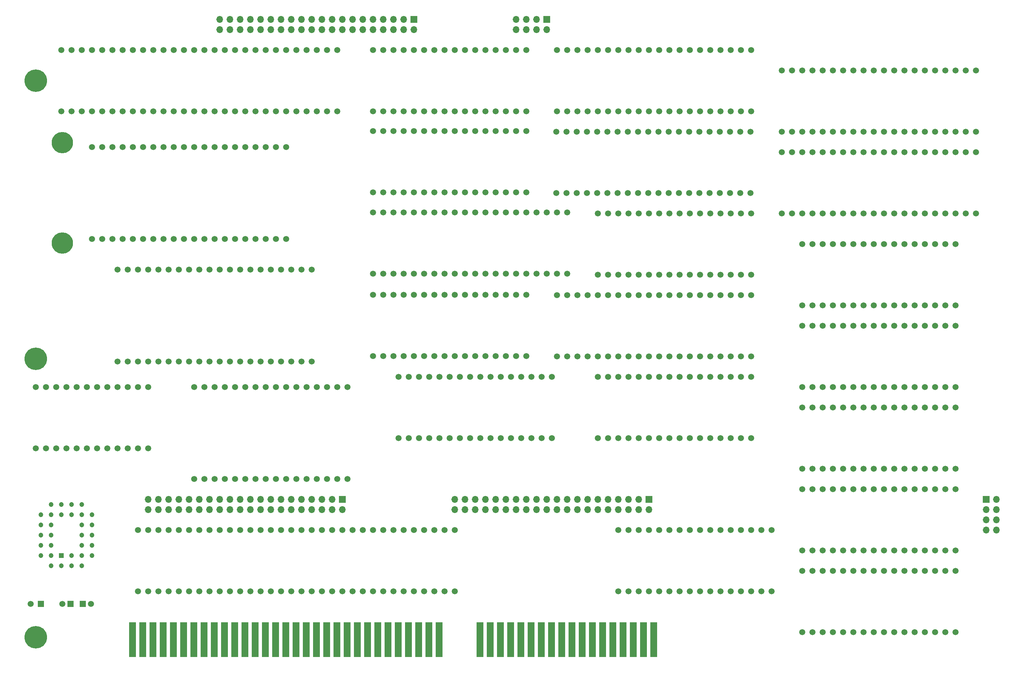
<source format=gbs>
%TF.GenerationSoftware,KiCad,Pcbnew,8.0.4*%
%TF.CreationDate,2024-08-23T10:11:32+02:00*%
%TF.ProjectId,Video Board - Signals,56696465-6f20-4426-9f61-7264202d2053,rev?*%
%TF.SameCoordinates,PX18392c0PY1360f00*%
%TF.FileFunction,Soldermask,Bot*%
%TF.FilePolarity,Negative*%
%FSLAX46Y46*%
G04 Gerber Fmt 4.6, Leading zero omitted, Abs format (unit mm)*
G04 Created by KiCad (PCBNEW 8.0.4) date 2024-08-23 10:11:32*
%MOMM*%
%LPD*%
G01*
G04 APERTURE LIST*
%ADD10C,5.600000*%
%ADD11R,1.700000X1.700000*%
%ADD12O,1.700000X1.700000*%
%ADD13R,1.500000X1.500000*%
%ADD14C,1.500000*%
%ADD15R,1.780000X8.620000*%
%ADD16R,1.200000X1.200000*%
%ADD17C,1.200000*%
%ADD18C,5.300000*%
G04 APERTURE END LIST*
D10*
%TO.C,H19*%
X0Y0D03*
%TD*%
D11*
%TO.C,J2*%
X152400000Y-104140000D03*
D12*
X152400000Y-106680000D03*
X149860000Y-104140000D03*
X149860000Y-106680000D03*
X147320000Y-104140000D03*
X147320000Y-106680000D03*
X144780000Y-104140000D03*
X144780000Y-106680000D03*
X142240000Y-104140000D03*
X142240000Y-106680000D03*
X139700000Y-104140000D03*
X139700000Y-106680000D03*
X137160000Y-104140000D03*
X137160000Y-106680000D03*
X134620000Y-104140000D03*
X134620000Y-106680000D03*
X132080000Y-104140000D03*
X132080000Y-106680000D03*
X129540000Y-104140000D03*
X129540000Y-106680000D03*
X127000000Y-104140000D03*
X127000000Y-106680000D03*
X124460000Y-104140000D03*
X124460000Y-106680000D03*
X121920000Y-104140000D03*
X121920000Y-106680000D03*
X119380000Y-104140000D03*
X119380000Y-106680000D03*
X116840000Y-104140000D03*
X116840000Y-106680000D03*
X114300000Y-104140000D03*
X114300000Y-106680000D03*
X111760000Y-104140000D03*
X111760000Y-106680000D03*
X109220000Y-104140000D03*
X109220000Y-106680000D03*
X106680000Y-104140000D03*
X106680000Y-106680000D03*
X104140000Y-104140000D03*
X104140000Y-106680000D03*
%TD*%
D13*
%TO.C,C2*%
X11727400Y-130175000D03*
D14*
X13727400Y-130175000D03*
%TD*%
D13*
%TO.C,LED1*%
X1275000Y-130175000D03*
D14*
X-1265000Y-130175000D03*
%TD*%
%TO.C,B9*%
X190500000Y-76200000D03*
X193040000Y-76200000D03*
X195580000Y-76200000D03*
X198120000Y-76200000D03*
X200660000Y-76200000D03*
X203200000Y-76200000D03*
X205740000Y-76200000D03*
X208280000Y-76200000D03*
X210820000Y-76200000D03*
X213360000Y-76200000D03*
X215900000Y-76200000D03*
X218440000Y-76200000D03*
X220980000Y-76200000D03*
X223520000Y-76200000D03*
X226060000Y-76200000D03*
X228600000Y-76200000D03*
X228600000Y-60960000D03*
X226060000Y-60960000D03*
X223520000Y-60960000D03*
X220980000Y-60960000D03*
X218440000Y-60960000D03*
X215900000Y-60960000D03*
X213360000Y-60960000D03*
X210820000Y-60960000D03*
X208280000Y-60960000D03*
X205740000Y-60960000D03*
X203200000Y-60960000D03*
X200660000Y-60960000D03*
X198120000Y-60960000D03*
X195580000Y-60960000D03*
X193040000Y-60960000D03*
X190500000Y-60960000D03*
%TD*%
%TO.C,B40*%
X233680000Y-17814000D03*
X231140000Y-17814000D03*
X228600000Y-17814000D03*
X226060000Y-17814000D03*
X223520000Y-17814000D03*
X220980000Y-17814000D03*
X218440000Y-17814000D03*
X215900000Y-17814000D03*
X213360000Y-17814000D03*
X210820000Y-17814000D03*
X208280000Y-17814000D03*
X205740000Y-17814000D03*
X203200000Y-17814000D03*
X200660000Y-17814000D03*
X198120000Y-17814000D03*
X195580000Y-17814000D03*
X193040000Y-17814000D03*
X190500000Y-17814000D03*
X187960000Y-17814000D03*
X185420000Y-17814000D03*
X185420000Y-33054000D03*
X187960000Y-33054000D03*
X190500000Y-33054000D03*
X193040000Y-33054000D03*
X195580000Y-33054000D03*
X198120000Y-33054000D03*
X200660000Y-33054000D03*
X203200000Y-33054000D03*
X205740000Y-33054000D03*
X208280000Y-33054000D03*
X210820000Y-33054000D03*
X213360000Y-33054000D03*
X215900000Y-33054000D03*
X218440000Y-33054000D03*
X220980000Y-33054000D03*
X223520000Y-33054000D03*
X226060000Y-33054000D03*
X228600000Y-33054000D03*
X231140000Y-33054000D03*
X233680000Y-33054000D03*
%TD*%
%TO.C,B16*%
X25400000Y-127000000D03*
X27940000Y-127000000D03*
X30480000Y-127000000D03*
X33020000Y-127000000D03*
X35560000Y-127000000D03*
X38100000Y-127000000D03*
X40640000Y-127000000D03*
X43180000Y-127000000D03*
X45720000Y-127000000D03*
X48260000Y-127000000D03*
X50800000Y-127000000D03*
X53340000Y-127000000D03*
X55880000Y-127000000D03*
X58420000Y-127000000D03*
X60960000Y-127000000D03*
X63500000Y-127000000D03*
X66040000Y-127000000D03*
X68580000Y-127000000D03*
X71120000Y-127000000D03*
X73660000Y-127000000D03*
X76200000Y-127000000D03*
X78740000Y-127000000D03*
X81280000Y-127000000D03*
X83820000Y-127000000D03*
X86360000Y-127000000D03*
X88900000Y-127000000D03*
X91440000Y-127000000D03*
X93980000Y-127000000D03*
X96520000Y-127000000D03*
X99060000Y-127000000D03*
X101600000Y-127000000D03*
X104140000Y-127000000D03*
X104140000Y-111760000D03*
X101600000Y-111760000D03*
X99060000Y-111760000D03*
X96520000Y-111760000D03*
X93980000Y-111760000D03*
X91440000Y-111760000D03*
X88900000Y-111760000D03*
X86360000Y-111760000D03*
X83820000Y-111760000D03*
X81280000Y-111760000D03*
X78740000Y-111760000D03*
X76200000Y-111760000D03*
X73660000Y-111760000D03*
X71120000Y-111760000D03*
X68580000Y-111760000D03*
X66040000Y-111760000D03*
X63500000Y-111760000D03*
X60960000Y-111760000D03*
X58420000Y-111760000D03*
X55880000Y-111760000D03*
X53340000Y-111760000D03*
X50800000Y-111760000D03*
X48260000Y-111760000D03*
X45720000Y-111760000D03*
X43180000Y-111760000D03*
X40640000Y-111760000D03*
X38100000Y-111760000D03*
X35560000Y-111760000D03*
X33020000Y-111760000D03*
X30480000Y-111760000D03*
X27940000Y-111760000D03*
X25400000Y-111760000D03*
%TD*%
D15*
%TO.C,J5*%
X24079200Y-139065000D03*
X26619200Y-139065000D03*
X29159200Y-139065000D03*
X31699200Y-139065000D03*
X34239200Y-139065000D03*
X36779200Y-139065000D03*
X39319200Y-139065000D03*
X41859200Y-139065000D03*
X44399200Y-139065000D03*
X46939200Y-139065000D03*
X49479200Y-139065000D03*
X52019200Y-139065000D03*
X54559200Y-139065000D03*
X57099200Y-139065000D03*
X59639200Y-139065000D03*
X62179200Y-139065000D03*
X64719200Y-139065000D03*
X67259200Y-139065000D03*
X69799200Y-139065000D03*
X72339200Y-139065000D03*
X74879200Y-139065000D03*
X77419200Y-139065000D03*
X79959200Y-139065000D03*
X82499200Y-139065000D03*
X85039200Y-139065000D03*
X87579200Y-139065000D03*
X90119200Y-139065000D03*
X92659200Y-139065000D03*
X95199200Y-139065000D03*
X97739200Y-139065000D03*
X100279200Y-139065000D03*
X110439200Y-139065000D03*
X112979200Y-139065000D03*
X115519200Y-139065000D03*
X118059200Y-139065000D03*
X120599200Y-139065000D03*
X123139200Y-139065000D03*
X125679200Y-139065000D03*
X128219200Y-139065000D03*
X130759200Y-139065000D03*
X133299200Y-139065000D03*
X135839200Y-139065000D03*
X138379200Y-139065000D03*
X140919200Y-139065000D03*
X143459200Y-139065000D03*
X145999200Y-139065000D03*
X148539200Y-139065000D03*
X151079200Y-139065000D03*
X153619200Y-139065000D03*
%TD*%
D14*
%TO.C,B26*%
X177800000Y-73660000D03*
X175260000Y-73660000D03*
X172720000Y-73660000D03*
X170180000Y-73660000D03*
X167640000Y-73660000D03*
X165100000Y-73660000D03*
X162560000Y-73660000D03*
X160020000Y-73660000D03*
X157480000Y-73660000D03*
X154940000Y-73660000D03*
X152400000Y-73660000D03*
X149860000Y-73660000D03*
X147320000Y-73660000D03*
X144780000Y-73660000D03*
X142240000Y-73660000D03*
X139700000Y-73660000D03*
X139700000Y-88900000D03*
X142240000Y-88900000D03*
X144780000Y-88900000D03*
X147320000Y-88900000D03*
X149860000Y-88900000D03*
X152400000Y-88900000D03*
X154940000Y-88900000D03*
X157480000Y-88900000D03*
X160020000Y-88900000D03*
X162560000Y-88900000D03*
X165100000Y-88900000D03*
X167640000Y-88900000D03*
X170180000Y-88900000D03*
X172720000Y-88900000D03*
X175260000Y-88900000D03*
X177800000Y-88900000D03*
%TD*%
%TO.C,B38*%
X6350000Y-7620000D03*
X8890000Y-7620000D03*
X11430000Y-7620000D03*
X13970000Y-7620000D03*
X16510000Y-7620000D03*
X19050000Y-7620000D03*
X21590000Y-7620000D03*
X24130000Y-7620000D03*
X26670000Y-7620000D03*
X29210000Y-7620000D03*
X31750000Y-7620000D03*
X34290000Y-7620000D03*
X36830000Y-7620000D03*
X39370000Y-7620000D03*
X41910000Y-7620000D03*
X44450000Y-7620000D03*
X46990000Y-7620000D03*
X49530000Y-7620000D03*
X52070000Y-7620000D03*
X54610000Y-7620000D03*
X57150000Y-7620000D03*
X59690000Y-7620000D03*
X62230000Y-7620000D03*
X64770000Y-7620000D03*
X67310000Y-7620000D03*
X69850000Y-7620000D03*
X72390000Y-7620000D03*
X74930000Y-7620000D03*
X74930000Y7620000D03*
X72390000Y7620000D03*
X69850000Y7620000D03*
X67310000Y7620000D03*
X64770000Y7620000D03*
X62230000Y7620000D03*
X59690000Y7620000D03*
X57150000Y7620000D03*
X54610000Y7620000D03*
X52070000Y7620000D03*
X49530000Y7620000D03*
X46990000Y7620000D03*
X44450000Y7620000D03*
X41910000Y7620000D03*
X39370000Y7620000D03*
X36830000Y7620000D03*
X34290000Y7620000D03*
X31750000Y7620000D03*
X29210000Y7620000D03*
X26670000Y7620000D03*
X24130000Y7620000D03*
X21590000Y7620000D03*
X19050000Y7620000D03*
X16510000Y7620000D03*
X13970000Y7620000D03*
X11430000Y7620000D03*
X8890000Y7620000D03*
X6350000Y7620000D03*
%TD*%
%TO.C,B10*%
X0Y-91440000D03*
X2540000Y-91440000D03*
X5080000Y-91440000D03*
X7620000Y-91440000D03*
X10160000Y-91440000D03*
X12700000Y-91440000D03*
X15240000Y-91440000D03*
X17780000Y-91440000D03*
X20320000Y-91440000D03*
X22860000Y-91440000D03*
X25400000Y-91440000D03*
X27940000Y-91440000D03*
X27940000Y-76200000D03*
X25400000Y-76200000D03*
X22860000Y-76200000D03*
X20320000Y-76200000D03*
X17780000Y-76200000D03*
X15240000Y-76200000D03*
X12700000Y-76200000D03*
X10160000Y-76200000D03*
X7620000Y-76200000D03*
X5080000Y-76200000D03*
X2540000Y-76200000D03*
X0Y-76200000D03*
%TD*%
%TO.C,B12*%
X132080000Y-32850000D03*
X129540000Y-32850000D03*
X127000000Y-32850000D03*
X124460000Y-32850000D03*
X121920000Y-32850000D03*
X119380000Y-32850000D03*
X116840000Y-32850000D03*
X114300000Y-32850000D03*
X111760000Y-32850000D03*
X109220000Y-32850000D03*
X106680000Y-32850000D03*
X104140000Y-32850000D03*
X101600000Y-32850000D03*
X99060000Y-32850000D03*
X96520000Y-32850000D03*
X93980000Y-32850000D03*
X91440000Y-32850000D03*
X88900000Y-32850000D03*
X86360000Y-32850000D03*
X83820000Y-32850000D03*
X83820000Y-48090000D03*
X86360000Y-48090000D03*
X88900000Y-48090000D03*
X91440000Y-48090000D03*
X93980000Y-48090000D03*
X96520000Y-48090000D03*
X99060000Y-48090000D03*
X101600000Y-48090000D03*
X104140000Y-48090000D03*
X106680000Y-48090000D03*
X109220000Y-48090000D03*
X111760000Y-48090000D03*
X114300000Y-48090000D03*
X116840000Y-48090000D03*
X119380000Y-48090000D03*
X121920000Y-48090000D03*
X124460000Y-48090000D03*
X127000000Y-48090000D03*
X129540000Y-48090000D03*
X132080000Y-48090000D03*
%TD*%
D11*
%TO.C,J3*%
X93980000Y15240000D03*
D12*
X93980000Y12700000D03*
X91440000Y15240000D03*
X91440000Y12700000D03*
X88900000Y15240000D03*
X88900000Y12700000D03*
X86360000Y15240000D03*
X86360000Y12700000D03*
X83820000Y15240000D03*
X83820000Y12700000D03*
X81280000Y15240000D03*
X81280000Y12700000D03*
X78740000Y15240000D03*
X78740000Y12700000D03*
X76200000Y15240000D03*
X76200000Y12700000D03*
X73660000Y15240000D03*
X73660000Y12700000D03*
X71120000Y15240000D03*
X71120000Y12700000D03*
X68580000Y15240000D03*
X68580000Y12700000D03*
X66040000Y15240000D03*
X66040000Y12700000D03*
X63500000Y15240000D03*
X63500000Y12700000D03*
X60960000Y15240000D03*
X60960000Y12700000D03*
X58420000Y15240000D03*
X58420000Y12700000D03*
X55880000Y15240000D03*
X55880000Y12700000D03*
X53340000Y15240000D03*
X53340000Y12700000D03*
X50800000Y15240000D03*
X50800000Y12700000D03*
X48260000Y15240000D03*
X48260000Y12700000D03*
X45720000Y15240000D03*
X45720000Y12700000D03*
%TD*%
D14*
%TO.C,B6*%
X177800000Y-33020000D03*
X175260000Y-33020000D03*
X172720000Y-33020000D03*
X170180000Y-33020000D03*
X167640000Y-33020000D03*
X165100000Y-33020000D03*
X162560000Y-33020000D03*
X160020000Y-33020000D03*
X157480000Y-33020000D03*
X154940000Y-33020000D03*
X152400000Y-33020000D03*
X149860000Y-33020000D03*
X147320000Y-33020000D03*
X144780000Y-33020000D03*
X142240000Y-33020000D03*
X139700000Y-33020000D03*
X139700000Y-48260000D03*
X142240000Y-48260000D03*
X144780000Y-48260000D03*
X147320000Y-48260000D03*
X149860000Y-48260000D03*
X152400000Y-48260000D03*
X154940000Y-48260000D03*
X157480000Y-48260000D03*
X160020000Y-48260000D03*
X162560000Y-48260000D03*
X165100000Y-48260000D03*
X167640000Y-48260000D03*
X170180000Y-48260000D03*
X172720000Y-48260000D03*
X175260000Y-48260000D03*
X177800000Y-48260000D03*
%TD*%
D13*
%TO.C,C1*%
X8636000Y-130175000D03*
D14*
X6636000Y-130175000D03*
%TD*%
%TO.C,B8*%
X190500000Y-55880000D03*
X193040000Y-55880000D03*
X195580000Y-55880000D03*
X198120000Y-55880000D03*
X200660000Y-55880000D03*
X203200000Y-55880000D03*
X205740000Y-55880000D03*
X208280000Y-55880000D03*
X210820000Y-55880000D03*
X213360000Y-55880000D03*
X215900000Y-55880000D03*
X218440000Y-55880000D03*
X220980000Y-55880000D03*
X223520000Y-55880000D03*
X226060000Y-55880000D03*
X228600000Y-55880000D03*
X228600000Y-40640000D03*
X226060000Y-40640000D03*
X223520000Y-40640000D03*
X220980000Y-40640000D03*
X218440000Y-40640000D03*
X215900000Y-40640000D03*
X213360000Y-40640000D03*
X210820000Y-40640000D03*
X208280000Y-40640000D03*
X205740000Y-40640000D03*
X203200000Y-40640000D03*
X200660000Y-40640000D03*
X198120000Y-40640000D03*
X195580000Y-40640000D03*
X193040000Y-40640000D03*
X190500000Y-40640000D03*
%TD*%
%TO.C,B7*%
X121920000Y-12564000D03*
X119380000Y-12564000D03*
X116840000Y-12564000D03*
X114300000Y-12564000D03*
X111760000Y-12564000D03*
X109220000Y-12564000D03*
X106680000Y-12564000D03*
X104140000Y-12564000D03*
X101600000Y-12564000D03*
X99060000Y-12564000D03*
X96520000Y-12564000D03*
X93980000Y-12564000D03*
X91440000Y-12564000D03*
X88900000Y-12564000D03*
X86360000Y-12564000D03*
X83820000Y-12564000D03*
X83820000Y-27804000D03*
X86360000Y-27804000D03*
X88900000Y-27804000D03*
X91440000Y-27804000D03*
X93980000Y-27804000D03*
X96520000Y-27804000D03*
X99060000Y-27804000D03*
X101600000Y-27804000D03*
X104140000Y-27804000D03*
X106680000Y-27804000D03*
X109220000Y-27804000D03*
X111760000Y-27804000D03*
X114300000Y-27804000D03*
X116840000Y-27804000D03*
X119380000Y-27804000D03*
X121920000Y-27804000D03*
%TD*%
D16*
%TO.C,IC2*%
X6350000Y-118110000D03*
D17*
X8890000Y-120650000D03*
X8890000Y-118110000D03*
X11430000Y-120650000D03*
X13970000Y-118110000D03*
X11430000Y-118110000D03*
X13970000Y-115570000D03*
X11430000Y-115570000D03*
X13970000Y-113030000D03*
X11430000Y-113030000D03*
X13970000Y-110490000D03*
X11430000Y-110490000D03*
X13970000Y-107950000D03*
X11430000Y-105410000D03*
X11430000Y-107950000D03*
X8890000Y-105410000D03*
X8890000Y-107950000D03*
X6350000Y-105410000D03*
X6350000Y-107950000D03*
X3810000Y-105410000D03*
X1270000Y-107950000D03*
X3810000Y-107950000D03*
X1270000Y-110490000D03*
X3810000Y-110490000D03*
X1270000Y-113030000D03*
X3810000Y-113030000D03*
X1270000Y-115570000D03*
X3810000Y-115570000D03*
X1270000Y-118110000D03*
X3810000Y-120650000D03*
X3810000Y-118110000D03*
X6350000Y-120650000D03*
%TD*%
D10*
%TO.C,H1*%
X0Y-69215000D03*
%TD*%
D18*
%TO.C,B36*%
X6604000Y-40440001D03*
X6604000Y-15440001D03*
D14*
X13970000Y-39370000D03*
X16510000Y-39370000D03*
X19050000Y-39370000D03*
X21590000Y-39370000D03*
X24130000Y-39370000D03*
X26670000Y-39370000D03*
X29210000Y-39370000D03*
X31750000Y-39370000D03*
X34290000Y-39370000D03*
X36830000Y-39370000D03*
X39370000Y-39370000D03*
X41910000Y-39370000D03*
X44450000Y-39370000D03*
X46990000Y-39370000D03*
X49530000Y-39370000D03*
X52070000Y-39370000D03*
X54610000Y-39370000D03*
X57150000Y-39370000D03*
X59690000Y-39370000D03*
X62230000Y-39370000D03*
X62230000Y-16510000D03*
X59690000Y-16510000D03*
X57150000Y-16510000D03*
X54610000Y-16510000D03*
X52070000Y-16510000D03*
X49530000Y-16510000D03*
X46990000Y-16510000D03*
X44450000Y-16510000D03*
X41910000Y-16510000D03*
X39370000Y-16510000D03*
X36830000Y-16510000D03*
X34290000Y-16510000D03*
X31750000Y-16510000D03*
X29210000Y-16510000D03*
X26670000Y-16510000D03*
X24130000Y-16510000D03*
X21590000Y-16510000D03*
X19050000Y-16510000D03*
X16510000Y-16510000D03*
X13970000Y-16510000D03*
%TD*%
%TO.C,B3*%
X177800000Y-53340000D03*
X175260000Y-53340000D03*
X172720000Y-53340000D03*
X170180000Y-53340000D03*
X167640000Y-53340000D03*
X165100000Y-53340000D03*
X162560000Y-53340000D03*
X160020000Y-53340000D03*
X157480000Y-53340000D03*
X154940000Y-53340000D03*
X152400000Y-53340000D03*
X149860000Y-53340000D03*
X147320000Y-53340000D03*
X144780000Y-53340000D03*
X142240000Y-53340000D03*
X139700000Y-53340000D03*
X137160000Y-53340000D03*
X134620000Y-53340000D03*
X132080000Y-53340000D03*
X129540000Y-53340000D03*
X129540000Y-68580000D03*
X132080000Y-68580000D03*
X134620000Y-68580000D03*
X137160000Y-68580000D03*
X139700000Y-68580000D03*
X142240000Y-68580000D03*
X144780000Y-68580000D03*
X147320000Y-68580000D03*
X149860000Y-68580000D03*
X152400000Y-68580000D03*
X154940000Y-68580000D03*
X157480000Y-68580000D03*
X160020000Y-68580000D03*
X162560000Y-68580000D03*
X165100000Y-68580000D03*
X167640000Y-68580000D03*
X170180000Y-68580000D03*
X172720000Y-68580000D03*
X175260000Y-68580000D03*
X177800000Y-68580000D03*
%TD*%
%TO.C,B15*%
X190500000Y-96520000D03*
X193040000Y-96520000D03*
X195580000Y-96520000D03*
X198120000Y-96520000D03*
X200660000Y-96520000D03*
X203200000Y-96520000D03*
X205740000Y-96520000D03*
X208280000Y-96520000D03*
X210820000Y-96520000D03*
X213360000Y-96520000D03*
X215900000Y-96520000D03*
X218440000Y-96520000D03*
X220980000Y-96520000D03*
X223520000Y-96520000D03*
X226060000Y-96520000D03*
X228600000Y-96520000D03*
X228600000Y-81280000D03*
X226060000Y-81280000D03*
X223520000Y-81280000D03*
X220980000Y-81280000D03*
X218440000Y-81280000D03*
X215900000Y-81280000D03*
X213360000Y-81280000D03*
X210820000Y-81280000D03*
X208280000Y-81280000D03*
X205740000Y-81280000D03*
X203200000Y-81280000D03*
X200660000Y-81280000D03*
X198120000Y-81280000D03*
X195580000Y-81280000D03*
X193040000Y-81280000D03*
X190500000Y-81280000D03*
%TD*%
%TO.C,B2*%
X177800000Y7620000D03*
X175260000Y7620000D03*
X172720000Y7620000D03*
X170180000Y7620000D03*
X167640000Y7620000D03*
X165100000Y7620000D03*
X162560000Y7620000D03*
X160020000Y7620000D03*
X157480000Y7620000D03*
X154940000Y7620000D03*
X152400000Y7620000D03*
X149860000Y7620000D03*
X147320000Y7620000D03*
X144780000Y7620000D03*
X142240000Y7620000D03*
X139700000Y7620000D03*
X137160000Y7620000D03*
X134620000Y7620000D03*
X132080000Y7620000D03*
X129540000Y7620000D03*
X129540000Y-7620000D03*
X132080000Y-7620000D03*
X134620000Y-7620000D03*
X137160000Y-7620000D03*
X139700000Y-7620000D03*
X142240000Y-7620000D03*
X144780000Y-7620000D03*
X147320000Y-7620000D03*
X149860000Y-7620000D03*
X152400000Y-7620000D03*
X154940000Y-7620000D03*
X157480000Y-7620000D03*
X160020000Y-7620000D03*
X162560000Y-7620000D03*
X165100000Y-7620000D03*
X167640000Y-7620000D03*
X170180000Y-7620000D03*
X172720000Y-7620000D03*
X175260000Y-7620000D03*
X177800000Y-7620000D03*
%TD*%
%TO.C,B11*%
X190500000Y-137160000D03*
X193040000Y-137160000D03*
X195580000Y-137160000D03*
X198120000Y-137160000D03*
X200660000Y-137160000D03*
X203200000Y-137160000D03*
X205740000Y-137160000D03*
X208280000Y-137160000D03*
X210820000Y-137160000D03*
X213360000Y-137160000D03*
X215900000Y-137160000D03*
X218440000Y-137160000D03*
X220980000Y-137160000D03*
X223520000Y-137160000D03*
X226060000Y-137160000D03*
X228600000Y-137160000D03*
X228600000Y-121920000D03*
X226060000Y-121920000D03*
X223520000Y-121920000D03*
X220980000Y-121920000D03*
X218440000Y-121920000D03*
X215900000Y-121920000D03*
X213360000Y-121920000D03*
X210820000Y-121920000D03*
X208280000Y-121920000D03*
X205740000Y-121920000D03*
X203200000Y-121920000D03*
X200660000Y-121920000D03*
X198120000Y-121920000D03*
X195580000Y-121920000D03*
X193040000Y-121920000D03*
X190500000Y-121920000D03*
%TD*%
D11*
%TO.C,J1*%
X127000000Y15240000D03*
D12*
X127000000Y12700000D03*
X124460000Y15240000D03*
X124460000Y12700000D03*
X121920000Y15240000D03*
X121920000Y12700000D03*
X119380000Y15240000D03*
X119380000Y12700000D03*
%TD*%
D11*
%TO.C,J4*%
X76200000Y-104140000D03*
D12*
X76200000Y-106680000D03*
X73660000Y-104140000D03*
X73660000Y-106680000D03*
X71120000Y-104140000D03*
X71120000Y-106680000D03*
X68580000Y-104140000D03*
X68580000Y-106680000D03*
X66040000Y-104140000D03*
X66040000Y-106680000D03*
X63500000Y-104140000D03*
X63500000Y-106680000D03*
X60960000Y-104140000D03*
X60960000Y-106680000D03*
X58420000Y-104140000D03*
X58420000Y-106680000D03*
X55880000Y-104140000D03*
X55880000Y-106680000D03*
X53340000Y-104140000D03*
X53340000Y-106680000D03*
X50800000Y-104140000D03*
X50800000Y-106680000D03*
X48260000Y-104140000D03*
X48260000Y-106680000D03*
X45720000Y-104140000D03*
X45720000Y-106680000D03*
X43180000Y-104140000D03*
X43180000Y-106680000D03*
X40640000Y-104140000D03*
X40640000Y-106680000D03*
X38100000Y-104140000D03*
X38100000Y-106680000D03*
X35560000Y-104140000D03*
X35560000Y-106680000D03*
X33020000Y-104140000D03*
X33020000Y-106680000D03*
X30480000Y-104140000D03*
X30480000Y-106680000D03*
X27940000Y-104140000D03*
X27940000Y-106680000D03*
%TD*%
D14*
%TO.C,B23*%
X190500000Y-116874000D03*
X193040000Y-116874000D03*
X195580000Y-116874000D03*
X198120000Y-116874000D03*
X200660000Y-116874000D03*
X203200000Y-116874000D03*
X205740000Y-116874000D03*
X208280000Y-116874000D03*
X210820000Y-116874000D03*
X213360000Y-116874000D03*
X215900000Y-116874000D03*
X218440000Y-116874000D03*
X220980000Y-116874000D03*
X223520000Y-116874000D03*
X226060000Y-116874000D03*
X228600000Y-116874000D03*
X228600000Y-101634000D03*
X226060000Y-101634000D03*
X223520000Y-101634000D03*
X220980000Y-101634000D03*
X218440000Y-101634000D03*
X215900000Y-101634000D03*
X213360000Y-101634000D03*
X210820000Y-101634000D03*
X208280000Y-101634000D03*
X205740000Y-101634000D03*
X203200000Y-101634000D03*
X200660000Y-101634000D03*
X198120000Y-101634000D03*
X195580000Y-101634000D03*
X193040000Y-101634000D03*
X190500000Y-101634000D03*
%TD*%
%TO.C,B13*%
X121920000Y-53306000D03*
X119380000Y-53306000D03*
X116840000Y-53306000D03*
X114300000Y-53306000D03*
X111760000Y-53306000D03*
X109220000Y-53306000D03*
X106680000Y-53306000D03*
X104140000Y-53306000D03*
X101600000Y-53306000D03*
X99060000Y-53306000D03*
X96520000Y-53306000D03*
X93980000Y-53306000D03*
X91440000Y-53306000D03*
X88900000Y-53306000D03*
X86360000Y-53306000D03*
X83820000Y-53306000D03*
X83820000Y-68546000D03*
X86360000Y-68546000D03*
X88900000Y-68546000D03*
X91440000Y-68546000D03*
X93980000Y-68546000D03*
X96520000Y-68546000D03*
X99060000Y-68546000D03*
X101600000Y-68546000D03*
X104140000Y-68546000D03*
X106680000Y-68546000D03*
X109220000Y-68546000D03*
X111760000Y-68546000D03*
X114300000Y-68546000D03*
X116840000Y-68546000D03*
X119380000Y-68546000D03*
X121920000Y-68546000D03*
%TD*%
%TO.C,B5*%
X177673000Y-12700000D03*
X175133000Y-12700000D03*
X172593000Y-12700000D03*
X170053000Y-12700000D03*
X167513000Y-12700000D03*
X164973000Y-12700000D03*
X162433000Y-12700000D03*
X159893000Y-12700000D03*
X157353000Y-12700000D03*
X154813000Y-12700000D03*
X152273000Y-12700000D03*
X149733000Y-12700000D03*
X147193000Y-12700000D03*
X144653000Y-12700000D03*
X142113000Y-12700000D03*
X139573000Y-12700000D03*
X137033000Y-12700000D03*
X134493000Y-12700000D03*
X131953000Y-12700000D03*
X129413000Y-12700000D03*
X129413000Y-27940000D03*
X131953000Y-27940000D03*
X134493000Y-27940000D03*
X137033000Y-27940000D03*
X139573000Y-27940000D03*
X142113000Y-27940000D03*
X144653000Y-27940000D03*
X147193000Y-27940000D03*
X149733000Y-27940000D03*
X152273000Y-27940000D03*
X154813000Y-27940000D03*
X157353000Y-27940000D03*
X159893000Y-27940000D03*
X162433000Y-27940000D03*
X164973000Y-27940000D03*
X167513000Y-27940000D03*
X170053000Y-27940000D03*
X172593000Y-27940000D03*
X175133000Y-27940000D03*
X177673000Y-27940000D03*
%TD*%
%TO.C,B1*%
X77470000Y-76200000D03*
X74930000Y-76200000D03*
X72390000Y-76200000D03*
X69850000Y-76200000D03*
X67310000Y-76200000D03*
X64770000Y-76200000D03*
X62230000Y-76200000D03*
X59690000Y-76200000D03*
X57150000Y-76200000D03*
X54610000Y-76200000D03*
X52070000Y-76200000D03*
X49530000Y-76200000D03*
X46990000Y-76200000D03*
X44450000Y-76200000D03*
X41910000Y-76200000D03*
X39370000Y-76200000D03*
X39370000Y-99060000D03*
X41910000Y-99060000D03*
X44450000Y-99060000D03*
X46990000Y-99060000D03*
X49530000Y-99060000D03*
X52070000Y-99060000D03*
X54610000Y-99060000D03*
X57150000Y-99060000D03*
X59690000Y-99060000D03*
X62230000Y-99060000D03*
X64770000Y-99060000D03*
X67310000Y-99060000D03*
X69850000Y-99060000D03*
X72390000Y-99060000D03*
X74930000Y-99060000D03*
X77470000Y-99060000D03*
%TD*%
%TO.C,B20*%
X182880000Y-111760000D03*
X180340000Y-111760000D03*
X177800000Y-111760000D03*
X175260000Y-111760000D03*
X172720000Y-111760000D03*
X170180000Y-111760000D03*
X167640000Y-111760000D03*
X165100000Y-111760000D03*
X162560000Y-111760000D03*
X160020000Y-111760000D03*
X157480000Y-111760000D03*
X154940000Y-111760000D03*
X152400000Y-111760000D03*
X149860000Y-111760000D03*
X147320000Y-111760000D03*
X144780000Y-111760000D03*
X144780000Y-127000000D03*
X147320000Y-127000000D03*
X149860000Y-127000000D03*
X152400000Y-127000000D03*
X154940000Y-127000000D03*
X157480000Y-127000000D03*
X160020000Y-127000000D03*
X162560000Y-127000000D03*
X165100000Y-127000000D03*
X167640000Y-127000000D03*
X170180000Y-127000000D03*
X172720000Y-127000000D03*
X175260000Y-127000000D03*
X177800000Y-127000000D03*
X180340000Y-127000000D03*
X182880000Y-127000000D03*
%TD*%
D11*
%TO.C,J6*%
X236220000Y-104140000D03*
D12*
X238760000Y-104140000D03*
X236220000Y-106680000D03*
X238760000Y-106680000D03*
X236220000Y-109220000D03*
X238760000Y-109220000D03*
X236220000Y-111760000D03*
X238760000Y-111760000D03*
%TD*%
D14*
%TO.C,B21*%
X121920000Y7620000D03*
X119380000Y7620000D03*
X116840000Y7620000D03*
X114300000Y7620000D03*
X111760000Y7620000D03*
X109220000Y7620000D03*
X106680000Y7620000D03*
X104140000Y7620000D03*
X101600000Y7620000D03*
X99060000Y7620000D03*
X96520000Y7620000D03*
X93980000Y7620000D03*
X91440000Y7620000D03*
X88900000Y7620000D03*
X86360000Y7620000D03*
X83820000Y7620000D03*
X83820000Y-7620000D03*
X86360000Y-7620000D03*
X88900000Y-7620000D03*
X91440000Y-7620000D03*
X93980000Y-7620000D03*
X96520000Y-7620000D03*
X99060000Y-7620000D03*
X101600000Y-7620000D03*
X104140000Y-7620000D03*
X106680000Y-7620000D03*
X109220000Y-7620000D03*
X111760000Y-7620000D03*
X114300000Y-7620000D03*
X116840000Y-7620000D03*
X119380000Y-7620000D03*
X121920000Y-7620000D03*
%TD*%
%TO.C,B37*%
X68580000Y-46990000D03*
X66040000Y-46990000D03*
X63500000Y-46990000D03*
X60960000Y-46990000D03*
X58420000Y-46990000D03*
X55880000Y-46990000D03*
X53340000Y-46990000D03*
X50800000Y-46990000D03*
X48260000Y-46990000D03*
X45720000Y-46990000D03*
X43180000Y-46990000D03*
X40640000Y-46990000D03*
X38100000Y-46990000D03*
X35560000Y-46990000D03*
X33020000Y-46990000D03*
X30480000Y-46990000D03*
X27940000Y-46990000D03*
X25400000Y-46990000D03*
X22860000Y-46990000D03*
X20320000Y-46990000D03*
X20320000Y-69850000D03*
X22860000Y-69850000D03*
X25400000Y-69850000D03*
X27940000Y-69850000D03*
X30480000Y-69850000D03*
X33020000Y-69850000D03*
X35560000Y-69850000D03*
X38100000Y-69850000D03*
X40640000Y-69850000D03*
X43180000Y-69850000D03*
X45720000Y-69850000D03*
X48260000Y-69850000D03*
X50800000Y-69850000D03*
X53340000Y-69850000D03*
X55880000Y-69850000D03*
X58420000Y-69850000D03*
X60960000Y-69850000D03*
X63500000Y-69850000D03*
X66040000Y-69850000D03*
X68580000Y-69850000D03*
%TD*%
%TO.C,B14*%
X128270000Y-73660000D03*
X125730000Y-73660000D03*
X123190000Y-73660000D03*
X120650000Y-73660000D03*
X118110000Y-73660000D03*
X115570000Y-73660000D03*
X113030000Y-73660000D03*
X110490000Y-73660000D03*
X107950000Y-73660000D03*
X105410000Y-73660000D03*
X102870000Y-73660000D03*
X100330000Y-73660000D03*
X97790000Y-73660000D03*
X95250000Y-73660000D03*
X92710000Y-73660000D03*
X90170000Y-73660000D03*
X90170000Y-88900000D03*
X92710000Y-88900000D03*
X95250000Y-88900000D03*
X97790000Y-88900000D03*
X100330000Y-88900000D03*
X102870000Y-88900000D03*
X105410000Y-88900000D03*
X107950000Y-88900000D03*
X110490000Y-88900000D03*
X113030000Y-88900000D03*
X115570000Y-88900000D03*
X118110000Y-88900000D03*
X120650000Y-88900000D03*
X123190000Y-88900000D03*
X125730000Y-88900000D03*
X128270000Y-88900000D03*
%TD*%
D10*
%TO.C,H9*%
X0Y-138430000D03*
%TD*%
D14*
%TO.C,B39*%
X233680000Y2540000D03*
X231140000Y2540000D03*
X228600000Y2540000D03*
X226060000Y2540000D03*
X223520000Y2540000D03*
X220980000Y2540000D03*
X218440000Y2540000D03*
X215900000Y2540000D03*
X213360000Y2540000D03*
X210820000Y2540000D03*
X208280000Y2540000D03*
X205740000Y2540000D03*
X203200000Y2540000D03*
X200660000Y2540000D03*
X198120000Y2540000D03*
X195580000Y2540000D03*
X193040000Y2540000D03*
X190500000Y2540000D03*
X187960000Y2540000D03*
X185420000Y2540000D03*
X185420000Y-12700000D03*
X187960000Y-12700000D03*
X190500000Y-12700000D03*
X193040000Y-12700000D03*
X195580000Y-12700000D03*
X198120000Y-12700000D03*
X200660000Y-12700000D03*
X203200000Y-12700000D03*
X205740000Y-12700000D03*
X208280000Y-12700000D03*
X210820000Y-12700000D03*
X213360000Y-12700000D03*
X215900000Y-12700000D03*
X218440000Y-12700000D03*
X220980000Y-12700000D03*
X223520000Y-12700000D03*
X226060000Y-12700000D03*
X228600000Y-12700000D03*
X231140000Y-12700000D03*
X233680000Y-12700000D03*
%TD*%
M02*

</source>
